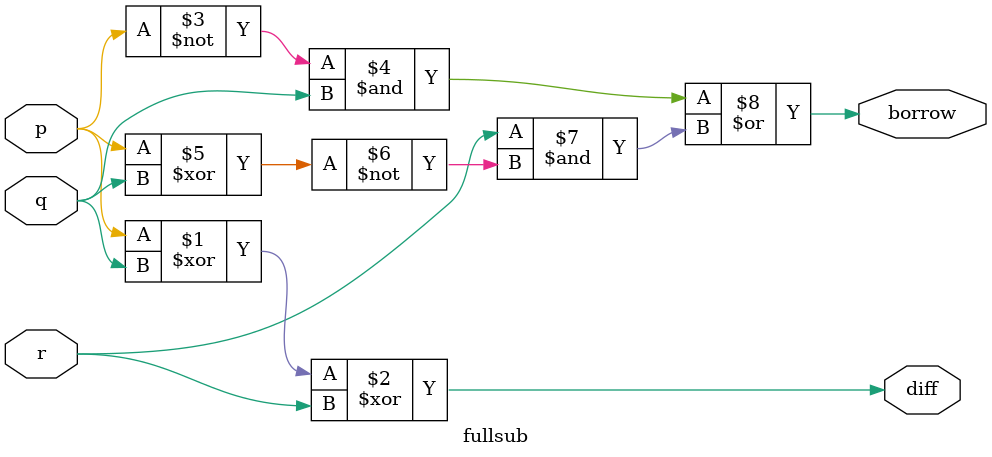
<source format=sv>


module fullsub(diff, borrow, p, q, r);
  input p, q, r;
  output diff, borrow;
  
  assign diff = (p^q)^r;
  assign borrow = ((~p&q) | (r & ~(p^q)));
endmodule
</source>
